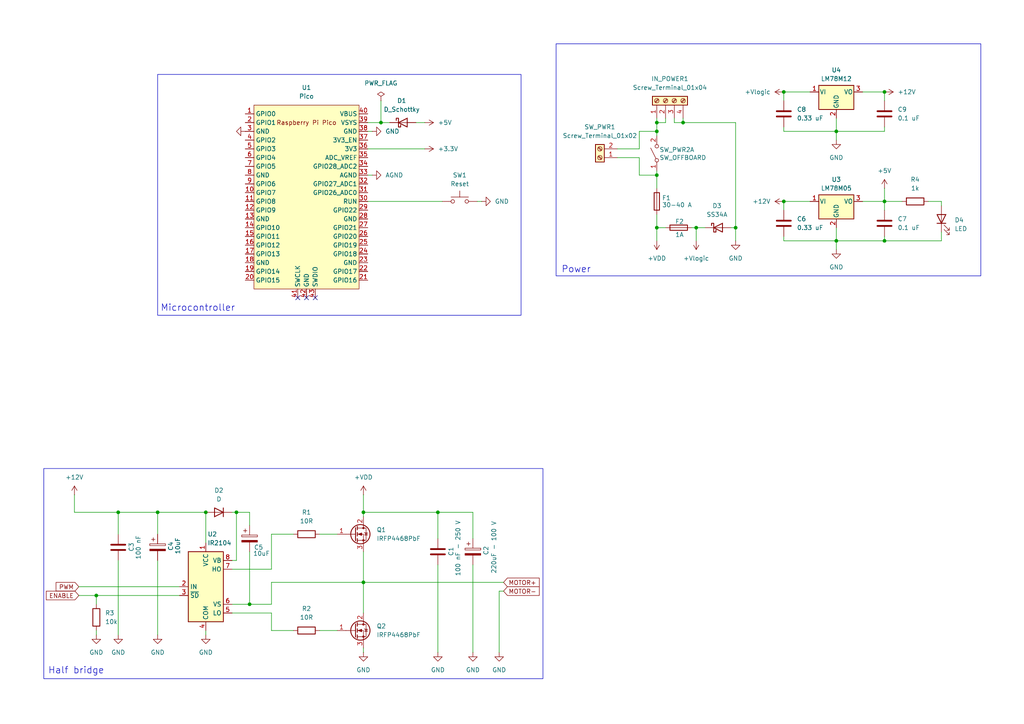
<source format=kicad_sch>
(kicad_sch (version 20231120) (generator "eeschema") (generator_version "8.0")
  (paper "A4")
  (lib_symbols
    (symbol "Connector:Screw_Terminal_01x02" (pin_names (offset 1.016) hide)
      (property "Reference" "J" (at 0 2.54 0))
      (property "Value" "Screw_Terminal_01x02" (at 0 -5.08 0))
      (symbol "Screw_Terminal_01x02_1_1"
        (rectangle (start -1.27 1.27) (end 1.27 -3.81) (stroke (width 0.254)) (fill (type background)))
        (circle (center 0 -2.54) (radius 0.635) (stroke (width 0.1524)))
        (polyline (pts (xy -0.5334 -2.2098) (xy 0.3302 -3.048)) (stroke (width 0.1524)))
        (polyline (pts (xy -0.5334 0.3302) (xy 0.3302 -0.508)) (stroke (width 0.1524)))
        (polyline (pts (xy -0.3556 -2.032) (xy 0.508 -2.8702)) (stroke (width 0.1524)))
        (polyline (pts (xy -0.3556 0.508) (xy 0.508 -0.3302)) (stroke (width 0.1524)))
        (circle (center 0 0) (radius 0.635) (stroke (width 0.1524)))
        (pin passive line (at -5.08 0 0) (length 3.81) (name "Pin_1") (number "1"))
        (pin passive line (at -5.08 -2.54 0) (length 3.81) (name "Pin_2") (number "2"))
      )
    )
    (symbol "Connector:Screw_Terminal_01x04" (pin_names (offset 1.016) hide)
      (property "Reference" "J" (at 0 5.08 0))
      (property "Value" "Screw_Terminal_01x04" (at 0 -7.62 0))
      (symbol "Screw_Terminal_01x04_1_1"
        (rectangle (start -1.27 3.81) (end 1.27 -6.35) (stroke (width 0.254)) (fill (type background)))
        (circle (center 0 -5.08) (radius 0.635) (stroke (width 0.1524)))
        (circle (center 0 -2.54) (radius 0.635) (stroke (width 0.1524)))
        (polyline (pts (xy -0.5334 -4.7498) (xy 0.3302 -5.588)) (stroke (width 0.1524)))
        (polyline (pts (xy -0.5334 -2.2098) (xy 0.3302 -3.048)) (stroke (width 0.1524)))
        (polyline (pts (xy -0.5334 0.3302) (xy 0.3302 -0.508)) (stroke (width 0.1524)))
        (polyline (pts (xy -0.5334 2.8702) (xy 0.3302 2.032)) (stroke (width 0.1524)))
        (polyline (pts (xy -0.3556 -4.572) (xy 0.508 -5.4102)) (stroke (width 0.1524)))
        (polyline (pts (xy -0.3556 -2.032) (xy 0.508 -2.8702)) (stroke (width 0.1524)))
        (polyline (pts (xy -0.3556 0.508) (xy 0.508 -0.3302)) (stroke (width 0.1524)))
        (polyline (pts (xy -0.3556 3.048) (xy 0.508 2.2098)) (stroke (width 0.1524)))
        (circle (center 0 0) (radius 0.635) (stroke (width 0.1524)))
        (circle (center 0 2.54) (radius 0.635) (stroke (width 0.1524)))
        (pin passive line (at -5.08 2.54 0) (length 3.81) (name "Pin_1") (number "1"))
        (pin passive line (at -5.08 0 0) (length 3.81) (name "Pin_2") (number "2"))
        (pin passive line (at -5.08 -2.54 0) (length 3.81) (name "Pin_3") (number "3"))
        (pin passive line (at -5.08 -5.08 0) (length 3.81) (name "Pin_4") (number "4"))
      )
    )
    (symbol "Device:C" (pin_numbers hide) (pin_names (offset 0.254))
      (property "Reference" "C" (at 0.635 2.54 0))
      (property "Value" "C" (at 0.635 -2.54 0))
      (symbol "C_0_1"
        (polyline (pts (xy -2.032 -0.762) (xy 2.032 -0.762)) (stroke (width 0.508)))
        (polyline (pts (xy -2.032 0.762) (xy 2.032 0.762)) (stroke (width 0.508)))
      )
      (symbol "C_1_1"
        (pin passive line (at 0 3.81 270) (length 2.794) (name "~") (number "1"))
        (pin passive line (at 0 -3.81 90) (length 2.794) (name "~") (number "2"))
      )
    )
    (symbol "Device:C_Polarized" (pin_numbers hide) (pin_names (offset 0.254))
      (property "Reference" "C" (at 0.635 2.54 0))
      (property "Value" "C_Polarized" (at 0.635 -2.54 0))
      (symbol "C_Polarized_0_1"
        (rectangle (start -2.286 0.508) (end 2.286 1.016))
        (polyline (pts (xy -1.778 2.286) (xy -0.762 2.286)))
        (polyline (pts (xy -1.27 2.794) (xy -1.27 1.778)))
        (rectangle (start 2.286 -0.508) (end -2.286 -1.016) (fill (type outline)))
      )
      (symbol "C_Polarized_1_1"
        (pin passive line (at 0 3.81 270) (length 2.794) (name "~") (number "1"))
        (pin passive line (at 0 -3.81 90) (length 2.794) (name "~") (number "2"))
      )
    )
    (symbol "Device:D" (pin_numbers hide) (pin_names (offset 1.016) hide)
      (property "Reference" "D" (at 0 2.54 0))
      (property "Value" "D" (at 0 -2.54 0))
      (symbol "D_0_1"
        (polyline (pts (xy -1.27 1.27) (xy -1.27 -1.27)) (stroke (width 0.254)))
        (polyline (pts (xy 1.27 0) (xy -1.27 0)))
        (polyline (pts (xy 1.27 1.27) (xy 1.27 -1.27) (xy -1.27 0) (xy 1.27 1.27)) (stroke (width 0.254)))
      )
      (symbol "D_1_1"
        (pin passive line (at -3.81 0 0) (length 2.54) (name "K") (number "1"))
        (pin passive line (at 3.81 0 180) (length 2.54) (name "A") (number "2"))
      )
    )
    (symbol "Device:D_Schottky" (pin_numbers hide) (pin_names (offset 1.016) hide)
      (property "Reference" "D" (at 0 2.54 0))
      (property "Value" "D_Schottky" (at 0 -2.54 0))
      (symbol "D_Schottky_0_1"
        (polyline (pts (xy 1.27 0) (xy -1.27 0)))
        (polyline (pts (xy 1.27 1.27) (xy 1.27 -1.27) (xy -1.27 0) (xy 1.27 1.27)) (stroke (width 0.254)))
        (polyline (pts (xy -1.905 0.635) (xy -1.905 1.27) (xy -1.27 1.27) (xy -1.27 -1.27) (xy -0.635 -1.27) (xy -0.635 -0.635)) (stroke (width 0.254)))
      )
      (symbol "D_Schottky_1_1"
        (pin passive line (at -3.81 0 0) (length 2.54) (name "K") (number "1"))
        (pin passive line (at 3.81 0 180) (length 2.54) (name "A") (number "2"))
      )
    )
    (symbol "Device:Fuse" (pin_numbers hide) (pin_names (offset 0))
      (property "Reference" "F" (at 2.032 0 90))
      (property "Value" "Fuse" (at -1.905 0 90))
      (symbol "Fuse_0_1"
        (rectangle (start -0.762 -2.54) (end 0.762 2.54) (stroke (width 0.254)))
        (polyline (pts (xy 0 2.54) (xy 0 -2.54)))
      )
      (symbol "Fuse_1_1"
        (pin passive line (at 0 3.81 270) (length 1.27) (name "~") (number "1"))
        (pin passive line (at 0 -3.81 90) (length 1.27) (name "~") (number "2"))
      )
    )
    (symbol "Device:LED" (pin_numbers hide) (pin_names (offset 1.016) hide)
      (property "Reference" "D" (at 0 2.54 0))
      (property "Value" "LED" (at 0 -2.54 0))
      (symbol "LED_0_1"
        (polyline (pts (xy -1.27 -1.27) (xy -1.27 1.27)) (stroke (width 0.254)))
        (polyline (pts (xy -1.27 0) (xy 1.27 0)))
        (polyline (pts (xy 1.27 -1.27) (xy 1.27 1.27) (xy -1.27 0) (xy 1.27 -1.27)) (stroke (width 0.254)))
        (polyline (pts (xy -3.048 -0.762) (xy -4.572 -2.286) (xy -3.81 -2.286) (xy -4.572 -2.286) (xy -4.572 -1.524)))
        (polyline (pts (xy -1.778 -0.762) (xy -3.302 -2.286) (xy -2.54 -2.286) (xy -3.302 -2.286) (xy -3.302 -1.524)))
      )
      (symbol "LED_1_1"
        (pin passive line (at -3.81 0 0) (length 2.54) (name "K") (number "1"))
        (pin passive line (at 3.81 0 180) (length 2.54) (name "A") (number "2"))
      )
    )
    (symbol "Device:R" (pin_numbers hide) (pin_names (offset 0))
      (property "Reference" "R" (at 2.032 0 90))
      (property "Value" "R" (at 0 0 90))
      (symbol "R_0_1"
        (rectangle (start -1.016 -2.54) (end 1.016 2.54) (stroke (width 0.254)))
      )
      (symbol "R_1_1"
        (pin passive line (at 0 3.81 270) (length 1.27) (name "~") (number "1"))
        (pin passive line (at 0 -3.81 90) (length 1.27) (name "~") (number "2"))
      )
    )
    (symbol "Driver_FET:IR2104"
      (property "Reference" "U" (at 1.27 13.335 0))
      (property "Value" "IR2104" (at 1.27 11.43 0))
      (symbol "IR2104_0_1"
        (rectangle (start -5.08 -10.16) (end 5.08 10.16) (stroke (width 0.254)) (fill (type background)))
      )
      (symbol "IR2104_1_1"
        (pin power_in line (at 0 12.7 270) (length 2.54) (name "VCC") (number "1"))
        (pin input line (at -7.62 0 0) (length 2.54) (name "IN") (number "2"))
        (pin input line (at -7.62 -2.54 0) (length 2.54) (name "~{SD}") (number "3"))
        (pin power_in line (at 0 -12.7 90) (length 2.54) (name "COM") (number "4"))
        (pin output line (at 7.62 -7.62 180) (length 2.54) (name "LO") (number "5"))
        (pin passive line (at 7.62 -5.08 180) (length 2.54) (name "VS") (number "6"))
        (pin output line (at 7.62 5.08 180) (length 2.54) (name "HO") (number "7"))
        (pin passive line (at 7.62 7.62 180) (length 2.54) (name "VB") (number "8"))
      )
    )
    (symbol "MCU_RaspberryPi_and_Boards_impact:Pico"
      (property "Reference" "U" (at -13.97 27.94 0))
      (property "Value" "Pico" (at 0 19.05 0))
      (symbol "Pico_0_0"
        (text "Raspberry Pi Pico" (at 0 21.59 0) (effects (font (size 1.27 1.27))))
      )
      (symbol "Pico_0_1"
        (rectangle (start -15.24 26.67) (end 15.24 -26.67) (fill (type background)))
      )
      (symbol "Pico_1_1"
        (pin bidirectional line (at -17.78 24.13 0) (length 2.54) (name "GPIO0") (number "1"))
        (pin bidirectional line (at -17.78 1.27 0) (length 2.54) (name "GPIO7") (number "10"))
        (pin bidirectional line (at -17.78 -1.27 0) (length 2.54) (name "GPIO8") (number "11"))
        (pin bidirectional line (at -17.78 -3.81 0) (length 2.54) (name "GPIO9") (number "12"))
        (pin power_in line (at -17.78 -6.35 0) (length 2.54) (name "GND") (number "13"))
        (pin bidirectional line (at -17.78 -8.89 0) (length 2.54) (name "GPIO10") (number "14"))
        (pin bidirectional line (at -17.78 -11.43 0) (length 2.54) (name "GPIO11") (number "15"))
        (pin bidirectional line (at -17.78 -13.97 0) (length 2.54) (name "GPIO12") (number "16"))
        (pin bidirectional line (at -17.78 -16.51 0) (length 2.54) (name "GPIO13") (number "17"))
        (pin power_in line (at -17.78 -19.05 0) (length 2.54) (name "GND") (number "18"))
        (pin bidirectional line (at -17.78 -21.59 0) (length 2.54) (name "GPIO14") (number "19"))
        (pin bidirectional line (at -17.78 21.59 0) (length 2.54) (name "GPIO1") (number "2"))
        (pin bidirectional line (at -17.78 -24.13 0) (length 2.54) (name "GPIO15") (number "20"))
        (pin bidirectional line (at 17.78 -24.13 180) (length 2.54) (name "GPIO16") (number "21"))
        (pin bidirectional line (at 17.78 -21.59 180) (length 2.54) (name "GPIO17") (number "22"))
        (pin power_in line (at 17.78 -19.05 180) (length 2.54) (name "GND") (number "23"))
        (pin bidirectional line (at 17.78 -16.51 180) (length 2.54) (name "GPIO18") (number "24"))
        (pin bidirectional line (at 17.78 -13.97 180) (length 2.54) (name "GPIO19") (number "25"))
        (pin bidirectional line (at 17.78 -11.43 180) (length 2.54) (name "GPIO20") (number "26"))
        (pin bidirectional line (at 17.78 -8.89 180) (length 2.54) (name "GPIO21") (number "27"))
        (pin power_in line (at 17.78 -6.35 180) (length 2.54) (name "GND") (number "28"))
        (pin bidirectional line (at 17.78 -3.81 180) (length 2.54) (name "GPIO22") (number "29"))
        (pin power_in line (at -17.78 19.05 0) (length 2.54) (name "GND") (number "3"))
        (pin input line (at 17.78 -1.27 180) (length 2.54) (name "RUN") (number "30"))
        (pin bidirectional line (at 17.78 1.27 180) (length 2.54) (name "GPIO26_ADC0") (number "31"))
        (pin bidirectional line (at 17.78 3.81 180) (length 2.54) (name "GPIO27_ADC1") (number "32"))
        (pin power_in line (at 17.78 6.35 180) (length 2.54) (name "AGND") (number "33"))
        (pin bidirectional line (at 17.78 8.89 180) (length 2.54) (name "GPIO28_ADC2") (number "34"))
        (pin power_in line (at 17.78 11.43 180) (length 2.54) (name "ADC_VREF") (number "35"))
        (pin power_in line (at 17.78 13.97 180) (length 2.54) (name "3V3") (number "36"))
        (pin input line (at 17.78 16.51 180) (length 2.54) (name "3V3_EN") (number "37"))
        (pin bidirectional line (at 17.78 19.05 180) (length 2.54) (name "GND") (number "38"))
        (pin power_in line (at 17.78 21.59 180) (length 2.54) (name "VSYS") (number "39"))
        (pin bidirectional line (at -17.78 16.51 0) (length 2.54) (name "GPIO2") (number "4"))
        (pin power_in line (at 17.78 24.13 180) (length 2.54) (name "VBUS") (number "40"))
        (pin input line (at -2.54 -29.21 90) (length 2.54) (name "SWCLK") (number "41"))
        (pin power_in line (at 0 -29.21 90) (length 2.54) (name "GND") (number "42"))
        (pin bidirectional line (at 2.54 -29.21 90) (length 2.54) (name "SWDIO") (number "43"))
        (pin bidirectional line (at -17.78 13.97 0) (length 2.54) (name "GPIO3") (number "5"))
        (pin bidirectional line (at -17.78 11.43 0) (length 2.54) (name "GPIO4") (number "6"))
        (pin bidirectional line (at -17.78 8.89 0) (length 2.54) (name "GPIO5") (number "7"))
        (pin power_in line (at -17.78 6.35 0) (length 2.54) (name "GND") (number "8"))
        (pin bidirectional line (at -17.78 3.81 0) (length 2.54) (name "GPIO6") (number "9"))
      )
    )
    (symbol "Regulator_Linear:LM7812_TO220" (pin_names (offset 0.254))
      (property "Reference" "U" (at -3.81 3.175 0))
      (property "Value" "LM7812_TO220" (at 0 3.175 0))
      (symbol "LM7812_TO220_0_1"
        (rectangle (start -5.08 1.905) (end 5.08 -5.08) (stroke (width 0.254)) (fill (type background)))
      )
      (symbol "LM7812_TO220_1_1"
        (pin power_in line (at -7.62 0 0) (length 2.54) (name "VI") (number "1"))
        (pin power_in line (at 0 -7.62 90) (length 2.54) (name "GND") (number "2"))
        (pin power_out line (at 7.62 0 180) (length 2.54) (name "VO") (number "3"))
      )
    )
    (symbol "Regulator_Linear:LM78M05_TO252" (pin_names (offset 0.254))
      (property "Reference" "U" (at -3.81 3.175 0))
      (property "Value" "LM78M05_TO252" (at 0 3.175 0))
      (symbol "LM78M05_TO252_0_1"
        (rectangle (start -5.08 1.905) (end 5.08 -5.08) (stroke (width 0.254)) (fill (type background)))
      )
      (symbol "LM78M05_TO252_1_1"
        (pin power_in line (at -7.62 0 0) (length 2.54) (name "VI") (number "1"))
        (pin power_in line (at 0 -7.62 90) (length 2.54) (name "GND") (number "2"))
        (pin power_out line (at 7.62 0 180) (length 2.54) (name "VO") (number "3"))
      )
    )
    (symbol "Switch:SW_DPST_x2" (pin_names (offset 0) hide)
      (property "Reference" "SW" (at 0 3.175 0))
      (property "Value" "SW_DPST_x2" (at 0 -2.54 0))
      (symbol "SW_DPST_x2_0_0"
        (circle (center -2.032 0) (radius 0.508))
        (polyline (pts (xy -1.524 0.254) (xy 1.524 1.778)))
        (circle (center 2.032 0) (radius 0.508))
      )
      (symbol "SW_DPST_x2_1_1"
        (pin passive line (at -5.08 0 0) (length 2.54) (name "A") (number "1"))
        (pin passive line (at 5.08 0 180) (length 2.54) (name "B") (number "2"))
      )
      (symbol "SW_DPST_x2_2_1"
        (pin passive line (at -5.08 0 0) (length 2.54) (name "A") (number "3"))
        (pin passive line (at 5.08 0 180) (length 2.54) (name "B") (number "4"))
      )
    )
    (symbol "Switch:SW_Push" (pin_numbers hide) (pin_names (offset 1.016) hide)
      (property "Reference" "SW" (at 1.27 2.54 0))
      (property "Value" "SW_Push" (at 0 -1.524 0))
      (symbol "SW_Push_0_1"
        (circle (center -2.032 0) (radius 0.508))
        (polyline (pts (xy 0 1.27) (xy 0 3.048)))
        (polyline (pts (xy 2.54 1.27) (xy -2.54 1.27)))
        (circle (center 2.032 0) (radius 0.508))
        (pin passive line (at -5.08 0 0) (length 2.54) (name "1") (number "1"))
        (pin passive line (at 5.08 0 180) (length 2.54) (name "2") (number "2"))
      )
    )
    (symbol "Transistor_FET:IRFP4468PbF" (pin_names hide)
      (property "Reference" "Q" (at 5.08 1.905 0))
      (property "Value" "IRFP4468PbF" (at 5.08 0 0))
      (symbol "IRFP4468PbF_0_1"
        (polyline (pts (xy 0.254 0) (xy -2.54 0)))
        (polyline (pts (xy 0.254 1.905) (xy 0.254 -1.905)) (stroke (width 0.254)))
        (polyline (pts (xy 0.762 -1.27) (xy 0.762 -2.286)) (stroke (width 0.254)))
        (polyline (pts (xy 0.762 0.508) (xy 0.762 -0.508)) (stroke (width 0.254)))
        (polyline (pts (xy 0.762 2.286) (xy 0.762 1.27)) (stroke (width 0.254)))
        (polyline (pts (xy 2.54 2.54) (xy 2.54 1.778)))
        (polyline (pts (xy 2.54 -2.54) (xy 2.54 0) (xy 0.762 0)))
        (polyline (pts (xy 0.762 -1.778) (xy 3.302 -1.778) (xy 3.302 1.778) (xy 0.762 1.778)))
        (polyline (pts (xy 1.016 0) (xy 2.032 0.381) (xy 2.032 -0.381) (xy 1.016 0)) (fill (type outline)))
        (polyline (pts (xy 2.794 0.508) (xy 2.921 0.381) (xy 3.683 0.381) (xy 3.81 0.254)))
        (polyline (pts (xy 3.302 0.381) (xy 2.921 -0.254) (xy 3.683 -0.254) (xy 3.302 0.381)))
        (circle (center 1.651 0) (radius 2.794) (stroke (width 0.254)))
        (circle (center 2.54 -1.778) (radius 0.254) (fill (type outline)))
        (circle (center 2.54 1.778) (radius 0.254) (fill (type outline)))
      )
      (symbol "IRFP4468PbF_1_1"
        (pin input line (at -5.08 0 0) (length 2.54) (name "G") (number "1"))
        (pin passive line (at 2.54 5.08 270) (length 2.54) (name "D") (number "2"))
        (pin passive line (at 2.54 -5.08 90) (length 2.54) (name "S") (number "3"))
      )
    )
    (symbol "power:+12V" (power) (pin_numbers hide) (pin_names (offset 0) hide)
      (property "Value" "+12V" (at 0 3.556 0))
      (symbol "+12V_0_1"
        (polyline (pts (xy -0.762 1.27) (xy 0 2.54)))
        (polyline (pts (xy 0 0) (xy 0 2.54)))
        (polyline (pts (xy 0 2.54) (xy 0.762 1.27)))
      )
      (symbol "+12V_1_1"
        (pin power_in line (at 0 0 90) (length 0) (name "~") (number "1"))
      )
    )
    (symbol "power:+5V" (power) (pin_numbers hide) (pin_names (offset 0) hide)
      (property "Value" "+5V" (at 0 3.556 0))
      (symbol "+5V_0_1"
        (polyline (pts (xy -0.762 1.27) (xy 0 2.54)))
        (polyline (pts (xy 0 0) (xy 0 2.54)))
        (polyline (pts (xy 0 2.54) (xy 0.762 1.27)))
      )
      (symbol "+5V_1_1"
        (pin power_in line (at 0 0 90) (length 0) (name "~") (number "1"))
      )
    )
    (symbol "power:GND" (power) (pin_numbers hide) (pin_names (offset 0) hide)
      (property "Value" "GND" (at 0 -3.81 0))
      (symbol "GND_0_1"
        (polyline (pts (xy 0 0) (xy 0 -1.27) (xy 1.27 -1.27) (xy 0 -2.54) (xy -1.27 -1.27) (xy 0 -1.27)))
      )
      (symbol "GND_1_1"
        (pin power_in line (at 0 0 270) (length 0) (name "~") (number "1"))
      )
    )
    (symbol "power:GND1" (power) (pin_numbers hide) (pin_names (offset 0) hide)
      (property "Value" "GND1" (at 0 -3.81 0))
      (symbol "GND1_0_1"
        (polyline (pts (xy 0 0) (xy 0 -1.27) (xy 1.27 -1.27) (xy 0 -2.54) (xy -1.27 -1.27) (xy 0 -1.27)))
      )
      (symbol "GND1_1_1"
        (pin power_in line (at 0 0 270) (length 0) (name "~") (number "1"))
      )
    )
    (symbol "power:PWR_FLAG" (power) (pin_numbers hide) (pin_names (offset 0) hide)
      (property "Value" "PWR_FLAG" (at 0 3.81 0))
      (symbol "PWR_FLAG_0_0"
        (pin power_out line (at 0 0 90) (length 0) (name "~") (number "1"))
      )
      (symbol "PWR_FLAG_0_1"
        (polyline (pts (xy 0 0) (xy 0 1.27) (xy -1.016 1.905) (xy 0 2.54) (xy 1.016 1.905) (xy 0 1.27)))
      )
    )
    (symbol "power:VCC" (power) (pin_numbers hide) (pin_names (offset 0) hide)
      (property "Value" "VCC" (at 0 3.556 0))
      (symbol "VCC_0_1"
        (polyline (pts (xy -0.762 1.27) (xy 0 2.54)))
        (polyline (pts (xy 0 0) (xy 0 2.54)))
        (polyline (pts (xy 0 2.54) (xy 0.762 1.27)))
      )
      (symbol "VCC_1_1"
        (pin power_in line (at 0 0 90) (length 0) (name "~") (number "1"))
      )
    )
  )
  (junction (at 242.57 69.85))
  (junction (at 227.33 58.42))
  (junction (at 190.5 35.56))
  (junction (at 45.72 148.59))
  (junction (at 27.94 172.72))
  (junction (at 256.54 26.67))
  (junction (at 198.12 35.56))
  (junction (at 190.5 66.04))
  (junction (at 227.33 26.67))
  (junction (at 256.54 58.42))
  (junction (at 213.36 66.04))
  (junction (at 72.39 175.26))
  (junction (at 105.41 168.91))
  (junction (at 59.69 148.59))
  (junction (at 242.57 38.1))
  (junction (at 190.5 50.8))
  (junction (at 68.58 148.59))
  (junction (at 190.5 38.1))
  (junction (at 34.29 148.59))
  (junction (at 256.54 69.85))
  (junction (at 110.49 35.56))
  (junction (at 105.41 148.59))
  (junction (at 201.93 66.04))
  (junction (at 127 148.59))
  (no_connect (at 88.9 86.36))
  (no_connect (at 86.36 86.36))
  (no_connect (at 91.44 86.36))
  (wire (pts (xy 106.68 58.42) (xy 128.27 58.42)))
  (wire (pts (xy 105.41 148.59) (xy 105.41 149.86)))
  (wire (pts (xy 250.19 58.42) (xy 256.54 58.42)))
  (wire (pts (xy 190.5 66.04) (xy 190.5 69.85)))
  (wire (pts (xy 67.31 162.56) (xy 68.58 162.56)))
  (wire (pts (xy 269.24 58.42) (xy 273.05 58.42)))
  (wire (pts (xy 105.41 160.02) (xy 105.41 168.91)))
  (wire (pts (xy 105.41 143.51) (xy 105.41 148.59)))
  (wire (pts (xy 106.68 38.1) (xy 107.95 38.1)))
  (wire (pts (xy 137.16 148.59) (xy 137.16 156.21)))
  (wire (pts (xy 127 148.59) (xy 105.41 148.59)))
  (wire (pts (xy 67.31 175.26) (xy 72.39 175.26)))
  (wire (pts (xy 242.57 66.04) (xy 242.57 69.85)))
  (wire (pts (xy 198.12 35.56) (xy 213.36 35.56)))
  (wire (pts (xy 137.16 189.23) (xy 137.16 163.83)))
  (wire (pts (xy 256.54 54.61) (xy 256.54 58.42)))
  (wire (pts (xy 27.94 172.72) (xy 27.94 175.26)))
  (wire (pts (xy 138.43 58.42) (xy 139.7 58.42)))
  (wire (pts (xy 78.74 168.91) (xy 105.41 168.91)))
  (wire (pts (xy 190.5 34.29) (xy 190.5 35.56)))
  (wire (pts (xy 59.69 182.88) (xy 59.69 184.15)))
  (wire (pts (xy 45.72 154.94) (xy 45.72 148.59)))
  (wire (pts (xy 110.49 29.21) (xy 110.49 35.56)))
  (wire (pts (xy 22.86 172.72) (xy 27.94 172.72)))
  (wire (pts (xy 190.5 38.1) (xy 190.5 39.37)))
  (wire (pts (xy 227.33 69.85) (xy 242.57 69.85)))
  (wire (pts (xy 22.86 170.18) (xy 52.07 170.18)))
  (wire (pts (xy 212.09 66.04) (xy 213.36 66.04)))
  (wire (pts (xy 190.5 50.8) (xy 190.5 54.61)))
  (wire (pts (xy 185.42 38.1) (xy 190.5 38.1)))
  (wire (pts (xy 105.41 168.91) (xy 146.05 168.91)))
  (wire (pts (xy 78.74 182.88) (xy 85.09 182.88)))
  (wire (pts (xy 59.69 148.59) (xy 59.69 157.48)))
  (wire (pts (xy 195.58 34.29) (xy 195.58 35.56)))
  (wire (pts (xy 27.94 172.72) (xy 52.07 172.72)))
  (wire (pts (xy 273.05 58.42) (xy 273.05 59.69)))
  (wire (pts (xy 72.39 152.4) (xy 72.39 148.59)))
  (wire (pts (xy 185.42 50.8) (xy 190.5 50.8)))
  (wire (pts (xy 250.19 26.67) (xy 256.54 26.67)))
  (wire (pts (xy 45.72 148.59) (xy 59.69 148.59)))
  (wire (pts (xy 72.39 148.59) (xy 68.58 148.59)))
  (wire (pts (xy 72.39 160.02) (xy 72.39 175.26)))
  (wire (pts (xy 185.42 45.72) (xy 185.42 50.8)))
  (wire (pts (xy 198.12 34.29) (xy 198.12 35.56)))
  (wire (pts (xy 106.68 50.8) (xy 107.95 50.8)))
  (wire (pts (xy 78.74 175.26) (xy 78.74 168.91)))
  (wire (pts (xy 21.59 148.59) (xy 34.29 148.59)))
  (wire (pts (xy 242.57 72.39) (xy 242.57 69.85)))
  (wire (pts (xy 78.74 154.94) (xy 85.09 154.94)))
  (wire (pts (xy 213.36 35.56) (xy 213.36 66.04)))
  (wire (pts (xy 227.33 26.67) (xy 227.33 29.21)))
  (wire (pts (xy 227.33 69.85) (xy 227.33 68.58)))
  (wire (pts (xy 256.54 29.21) (xy 256.54 26.67)))
  (wire (pts (xy 256.54 69.85) (xy 273.05 69.85)))
  (wire (pts (xy 127 163.83) (xy 127 189.23)))
  (wire (pts (xy 185.42 43.18) (xy 185.42 38.1)))
  (wire (pts (xy 242.57 38.1) (xy 256.54 38.1)))
  (wire (pts (xy 45.72 162.56) (xy 45.72 184.15)))
  (wire (pts (xy 72.39 175.26) (xy 78.74 175.26)))
  (wire (pts (xy 120.65 35.56) (xy 123.19 35.56)))
  (wire (pts (xy 78.74 177.8) (xy 78.74 182.88)))
  (wire (pts (xy 256.54 38.1) (xy 256.54 36.83)))
  (wire (pts (xy 179.07 43.18) (xy 185.42 43.18)))
  (wire (pts (xy 127 148.59) (xy 137.16 148.59)))
  (wire (pts (xy 190.5 35.56) (xy 190.5 38.1)))
  (wire (pts (xy 242.57 40.64) (xy 242.57 38.1)))
  (wire (pts (xy 34.29 148.59) (xy 34.29 154.94)))
  (wire (pts (xy 256.54 58.42) (xy 261.62 58.42)))
  (wire (pts (xy 213.36 66.04) (xy 213.36 69.85)))
  (wire (pts (xy 234.95 26.67) (xy 227.33 26.67)))
  (wire (pts (xy 67.31 177.8) (xy 78.74 177.8)))
  (wire (pts (xy 190.5 66.04) (xy 193.04 66.04)))
  (wire (pts (xy 190.5 62.23) (xy 190.5 66.04)))
  (wire (pts (xy 200.66 66.04) (xy 201.93 66.04)))
  (wire (pts (xy 234.95 58.42) (xy 227.33 58.42)))
  (wire (pts (xy 92.71 182.88) (xy 97.79 182.88)))
  (wire (pts (xy 144.78 171.45) (xy 146.05 171.45)))
  (wire (pts (xy 68.58 162.56) (xy 68.58 148.59)))
  (wire (pts (xy 242.57 69.85) (xy 256.54 69.85)))
  (wire (pts (xy 67.31 148.59) (xy 68.58 148.59)))
  (wire (pts (xy 110.49 35.56) (xy 113.03 35.56)))
  (wire (pts (xy 256.54 60.96) (xy 256.54 58.42)))
  (wire (pts (xy 105.41 187.96) (xy 105.41 189.23)))
  (wire (pts (xy 273.05 67.31) (xy 273.05 69.85)))
  (wire (pts (xy 21.59 143.51) (xy 21.59 148.59)))
  (wire (pts (xy 67.31 165.1) (xy 78.74 165.1)))
  (wire (pts (xy 227.33 58.42) (xy 227.33 60.96)))
  (wire (pts (xy 179.07 45.72) (xy 185.42 45.72)))
  (wire (pts (xy 190.5 49.53) (xy 190.5 50.8)))
  (wire (pts (xy 78.74 165.1) (xy 78.74 154.94)))
  (wire (pts (xy 92.71 154.94) (xy 97.79 154.94)))
  (wire (pts (xy 201.93 66.04) (xy 204.47 66.04)))
  (wire (pts (xy 256.54 69.85) (xy 256.54 68.58)))
  (wire (pts (xy 201.93 66.04) (xy 201.93 69.85)))
  (wire (pts (xy 195.58 35.56) (xy 198.12 35.56)))
  (wire (pts (xy 227.33 38.1) (xy 227.33 36.83)))
  (wire (pts (xy 106.68 35.56) (xy 110.49 35.56)))
  (wire (pts (xy 242.57 34.29) (xy 242.57 38.1)))
  (wire (pts (xy 227.33 38.1) (xy 242.57 38.1)))
  (wire (pts (xy 27.94 182.88) (xy 27.94 184.15)))
  (wire (pts (xy 144.78 189.23) (xy 144.78 171.45)))
  (wire (pts (xy 34.29 162.56) (xy 34.29 184.15)))
  (wire (pts (xy 127 156.21) (xy 127 148.59)))
  (wire (pts (xy 190.5 35.56) (xy 193.04 35.56)))
  (wire (pts (xy 105.41 168.91) (xy 105.41 177.8)))
  (wire (pts (xy 193.04 34.29) (xy 193.04 35.56)))
  (wire (pts (xy 34.29 148.59) (xy 45.72 148.59)))
  (wire (pts (xy 106.68 43.18) (xy 123.19 43.18)))
  (rectangle (start 45.72 21.59) (end 151.13 91.44))
  (rectangle (start 161.29 12.7) (end 284.48 80.01))
  (rectangle (start 12.7 135.89) (end 157.48 196.85))
  (text "Half bridge\n" (at 22.098 194.564 0) (effects (font (size 1.905 1.905))))
  (text "Microcontroller\n" (at 57.404 89.408 0) (effects (font (size 1.905 1.905))))
  (text "Power\n" (at 167.132 78.232 0) (effects (font (size 1.905 1.905))))
  (global_label "MOTOR-" (shape input) (at 146.05 171.45 0) (property "Intersheetrefs" "${INTERSHEET_REFS}" (effects (hide yes))))
  (global_label "MOTOR+" (shape input) (at 146.05 168.91 0) (property "Intersheetrefs" "${INTERSHEET_REFS}" (effects (hide yes))))
  (global_label "PWM" (shape input) (at 22.86 170.18 180) (property "Intersheetrefs" "${INTERSHEET_REFS}" (effects (hide yes))))
  (global_label "ENABLE" (shape input) (at 22.86 172.72 180) (property "Intersheetrefs" "${INTERSHEET_REFS}" (effects (hide yes))))
  (symbol (lib_id "power:VCC") (at 201.93 69.85 180) (unit 1)
    (property "Reference" "#PWR025" (effects (hide yes)))
    (property "Value" "+Vlogic" (at 201.93 74.93 0))
    (property "Description" "Power symbol creates a global label with name \"VCC\"" (effects (hide yes)))
  )
  (symbol (lib_id "Connector:Screw_Terminal_01x04") (at 193.04 29.21 90) (unit 1)
    (property "Reference" "IN_POWER1" (at 194.31 22.86 90))
    (property "Value" "Screw_Terminal_01x04" (at 194.31 25.4 90))
    (property "Footprint" "TerminalBlock_MetzConnect:TerminalBlock_MetzConnect_Type101_RT01604HBWC_1x04_P5.08mm_Horizontal" (effects (hide yes)))
    (property "Description" "Generic screw terminal, single row, 01x04, script generated (kicad-library-utils/schlib/autogen/connector/)" (effects (hide yes)))
  )
  (symbol (lib_id "power:GND") (at 127 189.23 0) (unit 1)
    (property "Reference" "#PWR09" (effects (hide yes)))
    (property "Value" "GND" (at 127 194.31 0))
    (property "Description" "Power symbol creates a global label with name \"GND\" , ground" (effects (hide yes)))
  )
  (symbol (lib_id "Device:C") (at 256.54 33.02 0) (unit 1)
    (property "Reference" "C9" (at 260.35 31.7499 0) (effects (justify left)))
    (property "Value" "0.1 uF" (at 260.35 34.2899 0) (effects (justify left)))
    (property "Footprint" "Capacitor_SMD:C_1206_3216Metric_Pad1.33x1.80mm_HandSolder" (effects (hide yes)))
    (property "Description" "Unpolarized capacitor" (effects (hide yes)))
  )
  (symbol (lib_id "Device:Fuse") (at 196.85 66.04 90) (unit 1)
    (property "Reference" "F2" (at 195.834 64.262 90) (effects (justify right)))
    (property "Value" "1A" (at 195.834 68.072 90) (effects (justify right)))
    (property "Footprint" "Fuse:Fuse_Blade_ATO_directSolder" (effects (hide yes)))
    (property "Description" "Fuse" (effects (hide yes)))
  )
  (symbol (lib_id "Transistor_FET:IRFP4468PbF") (at 102.87 154.94 0) (unit 1)
    (property "Reference" "Q1" (at 109.22 153.6699 0) (effects (justify left)))
    (property "Value" "IRFP4468PbF" (at 109.22 156.2099 0) (effects (justify left)))
    (property "Footprint" "Package_TO_SOT_THT:TO-247-3_Vertical" (effects (hide yes)))
    (property "Datasheet" "https://www.infineon.com/dgdl/irfp4468pbf.pdf?fileId=5546d462533600a40153562c73472019" (effects (hide yes)))
    (property "Description" "195A Id, 100V Vds, N-Channel Power MOSFET, TO-247" (effects (hide yes)))
  )
  (symbol (lib_id "power:GND") (at 59.69 184.15 0) (unit 1)
    (property "Reference" "#PWR011" (effects (hide yes)))
    (property "Value" "GND" (at 59.69 189.23 0))
    (property "Description" "Power symbol creates a global label with name \"GND\" , ground" (effects (hide yes)))
  )
  (symbol (lib_id "power:+5V") (at 123.19 35.56 270) (unit 1)
    (property "Reference" "#PWR04" (effects (hide yes)))
    (property "Value" "+5V" (at 127 35.5599 90) (effects (justify left)))
    (property "Description" "Power symbol creates a global label with name \"+5V\"" (effects (hide yes)))
  )
  (symbol (lib_id "power:GND") (at 45.72 184.15 0) (unit 1)
    (property "Reference" "#PWR015" (effects (hide yes)))
    (property "Value" "GND" (at 45.72 189.23 0))
    (property "Description" "Power symbol creates a global label with name \"GND\" , ground" (effects (hide yes)))
  )
  (symbol (lib_id "power:GND") (at 137.16 189.23 0) (unit 1)
    (property "Reference" "#PWR010" (effects (hide yes)))
    (property "Value" "GND" (at 137.16 194.31 0))
    (property "Description" "Power symbol creates a global label with name \"GND\" , ground" (effects (hide yes)))
  )
  (symbol (lib_id "Switch:SW_Push") (at 133.35 58.42 0) (unit 1)
    (property "Reference" "SW1" (at 133.35 50.8 0))
    (property "Value" "Reset" (at 133.35 53.34 0))
    (property "Description" "Push button switch, generic, two pins" (effects (hide yes)))
  )
  (symbol (lib_id "power:GND") (at 242.57 40.64 0) (unit 1)
    (property "Reference" "#PWR022" (effects (hide yes)))
    (property "Value" "GND" (at 242.57 45.72 0))
    (property "Description" "Power symbol creates a global label with name \"GND\" , ground" (effects (hide yes)))
  )
  (symbol (lib_id "power:+5V") (at 256.54 26.67 270) (unit 1)
    (property "Reference" "#PWR023" (effects (hide yes)))
    (property "Value" "+12V" (at 260.35 26.6699 90) (effects (justify left)))
    (property "Description" "Power symbol creates a global label with name \"+5V\"" (effects (hide yes)))
  )
  (symbol (lib_id "Device:R") (at 27.94 179.07 180) (unit 1)
    (property "Reference" "R3" (at 30.48 177.7999 0) (effects (justify right)))
    (property "Value" "10k" (at 30.48 180.3399 0) (effects (justify right)))
    (property "Description" "Resistor" (effects (hide yes)))
  )
  (symbol (lib_id "power:GND") (at 34.29 184.15 0) (unit 1)
    (property "Reference" "#PWR014" (effects (hide yes)))
    (property "Value" "GND" (at 34.29 189.23 0))
    (property "Description" "Power symbol creates a global label with name \"GND\" , ground" (effects (hide yes)))
  )
  (symbol (lib_id "Device:C") (at 256.54 64.77 0) (unit 1)
    (property "Reference" "C7" (at 260.35 63.4999 0) (effects (justify left)))
    (property "Value" "0.1 uF" (at 260.35 66.0399 0) (effects (justify left)))
    (property "Footprint" "Capacitor_SMD:C_1206_3216Metric_Pad1.33x1.80mm_HandSolder" (effects (hide yes)))
    (property "Description" "Unpolarized capacitor" (effects (hide yes)))
  )
  (symbol (lib_id "power:+5V") (at 105.41 143.51 0) (unit 1)
    (property "Reference" "#PWR07" (effects (hide yes)))
    (property "Value" "+VDD" (at 105.41 138.43 0))
    (property "Description" "Power symbol creates a global label with name \"+5V\"" (effects (hide yes)))
  )
  (symbol (lib_id "Device:R") (at 88.9 154.94 90) (unit 1)
    (property "Reference" "R1" (at 88.9 148.59 90))
    (property "Value" "10R" (at 88.9 151.13 90))
    (property "Description" "Resistor" (effects (hide yes)))
  )
  (symbol (lib_id "Device:Fuse") (at 190.5 58.42 180) (unit 1)
    (property "Reference" "F1" (at 192.024 57.404 0) (effects (justify right)))
    (property "Value" "30-40 A" (at 192.024 59.436 0) (effects (justify right)))
    (property "Footprint" "Fuse:Fuse_Blade_ATO_directSolder" (effects (hide yes)))
    (property "Description" "Fuse" (effects (hide yes)))
  )
  (symbol (lib_id "power:GND") (at 139.7 58.42 90) (unit 1)
    (property "Reference" "#PWR06" (effects (hide yes)))
    (property "Value" "GND" (at 143.51 58.4199 90) (effects (justify right)))
    (property "Description" "Power symbol creates a global label with name \"GND\" , ground" (effects (hide yes)))
  )
  (symbol (lib_id "power:PWR_FLAG") (at 110.49 29.21 0) (unit 1)
    (property "Reference" "#FLG01" (effects (hide yes)))
    (property "Value" "PWR_FLAG" (at 110.49 24.13 0))
    (property "Description" "Special symbol for telling ERC where power comes from" (effects (hide yes)))
  )
  (symbol (lib_id "power:GND") (at 213.36 69.85 0) (unit 1)
    (property "Reference" "#PWR017" (effects (hide yes)))
    (property "Value" "GND" (at 213.36 74.93 0))
    (property "Description" "Power symbol creates a global label with name \"GND\" , ground" (effects (hide yes)))
  )
  (symbol (lib_id "Device:C_Polarized") (at 72.39 156.21 0) (unit 1)
    (property "Reference" "C5" (at 73.66 158.75 0) (effects (justify left)))
    (property "Value" "10uF" (at 73.406 160.528 0) (effects (justify left)))
    (property "Description" "Polarized capacitor" (effects (hide yes)))
  )
  (symbol (lib_id "Switch:SW_DPST_x2") (at 190.5 44.45 90) (unit 1) (on_board no)
    (property "Reference" "SW_PWR2" (at 191.262 43.434 90) (effects (justify right)))
    (property "Value" "SW_OFFBOARD" (at 191.262 45.72 90) (effects (justify right)))
    (property "Description" "Single Pole Single Throw (SPST) switch, separate symbol" (effects (hide yes)))
  )
  (symbol (lib_id "power:+5V") (at 123.19 43.18 270) (unit 1)
    (property "Reference" "#PWR05" (effects (hide yes)))
    (property "Value" "+3.3V" (at 127 43.1799 90) (effects (justify left)))
    (property "Description" "Power symbol creates a global label with name \"+5V\"" (effects (hide yes)))
  )
  (symbol (lib_id "Device:C_Polarized") (at 137.16 160.02 0) (unit 1)
    (property "Reference" "C2" (at 140.97 161.036 90) (effects (justify left)))
    (property "Value" "220uF - 100 V" (at 143.256 166.37 90) (effects (justify left)))
    (property "Description" "Polarized capacitor" (effects (hide yes)))
  )
  (symbol (lib_id "power:VCC") (at 227.33 26.67 90) (unit 1)
    (property "Reference" "#PWR021" (effects (hide yes)))
    (property "Value" "+Vlogic" (at 223.52 26.6699 90) (effects (justify left)))
    (property "Description" "Power symbol creates a global label with name \"VCC\"" (effects (hide yes)))
  )
  (symbol (lib_id "power:+5V") (at 256.54 54.61 0) (unit 1)
    (property "Reference" "#PWR020" (effects (hide yes)))
    (property "Value" "+5V" (at 256.54 49.53 0))
    (property "Description" "Power symbol creates a global label with name \"+5V\"" (effects (hide yes)))
  )
  (symbol (lib_id "power:GND") (at 107.95 38.1 90) (unit 1)
    (property "Reference" "#PWR02" (effects (hide yes)))
    (property "Value" "GND" (at 111.76 38.0999 90) (effects (justify right)))
    (property "Description" "Power symbol creates a global label with name \"GND\" , ground" (effects (hide yes)))
  )
  (symbol (lib_id "power:GND1") (at 107.95 50.8 90) (unit 1)
    (property "Reference" "#PWR03" (effects (hide yes)))
    (property "Value" "AGND" (at 111.76 50.7999 90) (effects (justify right)))
    (property "Description" "Power symbol creates a global label with name \"GND1\" , ground" (effects (hide yes)))
  )
  (symbol (lib_id "power:+12V") (at 227.33 58.42 90) (unit 1)
    (property "Reference" "#PWR018" (effects (hide yes)))
    (property "Value" "+12V" (at 223.52 58.4199 90) (effects (justify left)))
    (property "Description" "Power symbol creates a global label with name \"+12V\"" (effects (hide yes)))
  )
  (symbol (lib_id "Device:D_Schottky") (at 116.84 35.56 0) (unit 1)
    (property "Reference" "D1" (at 116.5225 29.21 0))
    (property "Value" "D_Schottky" (at 116.5225 31.75 0))
    (property "Footprint" "Diode_SMD:D_SOD-123" (effects (hide yes)))
    (property "Description" "Schottky diode" (effects (hide yes)))
  )
  (symbol (lib_id "power:GND") (at 144.78 189.23 0) (unit 1)
    (property "Reference" "#PWR024" (effects (hide yes)))
    (property "Value" "GND" (at 144.78 194.31 0))
    (property "Description" "Power symbol creates a global label with name \"GND\" , ground" (effects (hide yes)))
  )
  (symbol (lib_id "Regulator_Linear:LM78M05_TO252") (at 242.57 58.42 0) (unit 1)
    (property "Reference" "U3" (at 242.57 52.07 0))
    (property "Value" "LM78M05" (at 242.57 54.61 0))
    (property "Footprint" "Package_TO_SOT_SMD:TO-252-2" (effects (hide yes)))
    (property "Datasheet" "https://www.onsemi.com/pub/Collateral/MC78M00-D.PDF" (effects (hide yes)))
    (property "Description" "Positive 500mA 35V Linear Regulator, Fixed Output 5V, TO-252 (D-PAK)" (effects (hide yes)))
  )
  (symbol (lib_id "Device:LED") (at 273.05 63.5 90) (unit 1)
    (property "Reference" "D4" (at 276.86 63.8174 90) (effects (justify right)))
    (property "Value" "LED" (at 276.86 66.3574 90) (effects (justify right)))
    (property "Footprint" "Diode_SMD:D_1206_3216Metric_Pad1.42x1.75mm_HandSolder" (effects (hide yes)))
    (property "Description" "Light emitting diode" (effects (hide yes)))
  )
  (symbol (lib_id "power:GND") (at 242.57 72.39 0) (unit 1)
    (property "Reference" "#PWR019" (effects (hide yes)))
    (property "Value" "GND" (at 242.57 77.47 0))
    (property "Description" "Power symbol creates a global label with name \"GND\" , ground" (effects (hide yes)))
  )
  (symbol (lib_id "power:GND") (at 105.41 189.23 0) (unit 1)
    (property "Reference" "#PWR08" (effects (hide yes)))
    (property "Value" "GND" (at 105.41 194.31 0))
    (property "Description" "Power symbol creates a global label with name \"GND\" , ground" (effects (hide yes)))
  )
  (symbol (lib_id "power:GND") (at 27.94 184.15 0) (unit 1)
    (property "Reference" "#PWR012" (effects (hide yes)))
    (property "Value" "GND" (at 27.94 189.23 0))
    (property "Description" "Power symbol creates a global label with name \"GND\" , ground" (effects (hide yes)))
  )
  (symbol (lib_id "power:GND") (at 71.12 38.1 270) (unit 1)
    (property "Reference" "#PWR01" (effects (hide yes)))
    (property "Value" "GND" (effects (hide yes)))
    (property "Description" "Power symbol creates a global label with name \"GND\" , ground" (effects (hide yes)))
  )
  (symbol (lib_id "Regulator_Linear:LM7812_TO220") (at 242.57 26.67 0) (unit 1)
    (property "Reference" "U4" (at 242.57 20.32 0))
    (property "Value" "LM78M12" (at 242.57 22.86 0))
    (property "Footprint" "Package_TO_SOT_SMD:TO-252-2" (effects (hide yes)))
    (property "Datasheet" "https://www.onsemi.cn/PowerSolutions/document/MC7800-D.PDF" (effects (hide yes)))
    (property "Description" "Positive 1A 35V Linear Regulator, Fixed Output 12V, TO-220" (effects (hide yes)))
  )
  (symbol (lib_id "Driver_FET:IR2104") (at 59.69 170.18 0) (unit 1)
    (property "Reference" "U2" (at 60.198 154.94 0) (effects (justify left)))
    (property "Value" "IR2104" (at 60.198 157.48 0) (effects (justify left)))
    (property "Footprint" "Package_SO:SOIC-8_3.9x4.9mm_P1.27mm" (effects (hide yes)))
    (property "Datasheet" "https://www.infineon.com/dgdl/ir2104.pdf?fileId=5546d462533600a4015355c7c1c31671" (effects (hide yes)))
    (property "Description" "Half-Bridge Driver, 600V, 210/360mA, PDIP-8/SOIC-8" (effects (hide yes)))
  )
  (symbol (lib_id "Device:R") (at 265.43 58.42 270) (unit 1)
    (property "Reference" "R4" (at 265.43 52.07 90))
    (property "Value" "1k" (at 265.43 54.61 90))
    (property "Footprint" "Resistor_SMD:R_1206_3216Metric_Pad1.30x1.75mm_HandSolder" (effects (hide yes)))
    (property "Description" "Resistor" (effects (hide yes)))
  )
  (symbol (lib_id "Connector:Screw_Terminal_01x02") (at 173.99 45.72 180) (unit 1)
    (property "Reference" "SW_PWR1" (at 173.99 36.83 0))
    (property "Value" "Screw_Terminal_01x02" (at 173.99 39.37 0))
    (property "Footprint" "TerminalBlock_MetzConnect:TerminalBlock_MetzConnect_Type101_RT01602HBWC_1x02_P5.08mm_Horizontal" (effects (hide yes)))
    (property "Description" "Generic screw terminal, single row, 01x02, script generated (kicad-library-utils/schlib/autogen/connector/)" (effects (hide yes)))
  )
  (symbol (lib_id "Device:C") (at 127 160.02 0) (unit 1)
    (property "Reference" "C1" (at 130.81 161.29 90) (effects (justify left)))
    (property "Value" "100 nF - 250 V" (at 132.842 167.132 90) (effects (justify left)))
    (property "Description" "Unpolarized capacitor" (effects (hide yes)))
  )
  (symbol (lib_id "Device:C") (at 227.33 64.77 0) (unit 1)
    (property "Reference" "C6" (at 231.14 63.4999 0) (effects (justify left)))
    (property "Value" "0.33 uF" (at 231.14 66.0399 0) (effects (justify left)))
    (property "Footprint" "Capacitor_SMD:C_1206_3216Metric_Pad1.33x1.80mm_HandSolder" (effects (hide yes)))
    (property "Description" "Unpolarized capacitor" (effects (hide yes)))
  )
  (symbol (lib_id "Device:D") (at 63.5 148.59 180) (unit 1)
    (property "Reference" "D2" (at 63.5 142.24 0))
    (property "Value" "D" (at 63.5 144.78 0))
    (property "Description" "Diode" (effects (hide yes)))
    (property "Sim.Device" "D" (effects (hide yes)))
    (property "Sim.Pins" "1=K 2=A" (effects (hide yes)))
  )
  (symbol (lib_id "Transistor_FET:IRFP4468PbF") (at 102.87 182.88 0) (unit 1)
    (property "Reference" "Q2" (at 109.22 181.6099 0) (effects (justify left)))
    (property "Value" "IRFP4468PbF" (at 109.22 184.1499 0) (effects (justify left)))
    (property "Footprint" "Package_TO_SOT_THT:TO-247-3_Vertical" (effects (hide yes)))
    (property "Datasheet" "https://www.infineon.com/dgdl/irfp4468pbf.pdf?fileId=5546d462533600a40153562c73472019" (effects (hide yes)))
    (property "Description" "195A Id, 100V Vds, N-Channel Power MOSFET, TO-247" (effects (hide yes)))
  )
  (symbol (lib_id "power:+5V") (at 21.59 143.51 0) (unit 1)
    (property "Reference" "#PWR013" (effects (hide yes)))
    (property "Value" "+12V" (at 21.59 138.43 0))
    (property "Description" "Power symbol creates a global label with name \"+5V\"" (effects (hide yes)))
  )
  (symbol (lib_id "Device:C_Polarized") (at 45.72 158.75 0) (unit 1)
    (property "Reference" "C4" (at 49.53 159.766 90) (effects (justify left)))
    (property "Value" "10uF" (at 51.562 160.782 90) (effects (justify left)))
    (property "Description" "Polarized capacitor" (effects (hide yes)))
  )
  (symbol (lib_id "Device:C") (at 227.33 33.02 0) (unit 1)
    (property "Reference" "C8" (at 231.14 31.7499 0) (effects (justify left)))
    (property "Value" "0.33 uF" (at 231.14 34.2899 0) (effects (justify left)))
    (property "Footprint" "Capacitor_SMD:C_1206_3216Metric_Pad1.33x1.80mm_HandSolder" (effects (hide yes)))
    (property "Description" "Unpolarized capacitor" (effects (hide yes)))
  )
  (symbol (lib_id "Device:R") (at 88.9 182.88 90) (unit 1)
    (property "Reference" "R2" (at 88.9 176.53 90))
    (property "Value" "10R" (at 88.9 179.07 90))
    (property "Description" "Resistor" (effects (hide yes)))
  )
  (symbol (lib_id "Device:C") (at 34.29 158.75 0) (unit 1)
    (property "Reference" "C3" (at 38.1 160.02 90) (effects (justify left)))
    (property "Value" "100 nF" (at 40.132 162.306 90) (effects (justify left)))
    (property "Description" "Unpolarized capacitor" (effects (hide yes)))
  )
  (symbol (lib_id "Device:D_Schottky") (at 208.28 66.04 0) (unit 1)
    (property "Reference" "D3" (at 207.9625 59.69 0))
    (property "Value" "SS34A" (at 207.9625 62.23 0))
    (property "Footprint" "Diode_SMD:D_SMB-SMC_Universal_Handsoldering" (effects (hide yes)))
    (property "Description" "Schottky diode" (effects (hide yes)))
  )
  (symbol (lib_id "MCU_RaspberryPi_and_Boards_impact:Pico") (at 88.9 57.15 0) (unit 1)
    (property "Reference" "U1" (at 88.9 25.4 0))
    (property "Value" "Pico" (at 88.9 27.94 0))
    (property "Footprint" "MCU_RaspberryPi_and_Boards_impact:RPi_Pico_SMD_TH" (effects (hide yes)))
  )
  (symbol (lib_id "power:VCC") (at 190.5 69.85 180) (unit 1)
    (property "Reference" "#PWR016" (effects (hide yes)))
    (property "Value" "+VDD" (at 190.5 74.93 0))
    (property "Description" "Power symbol creates a global label with name \"VCC\"" (effects (hide yes)))
  )
)
</source>
